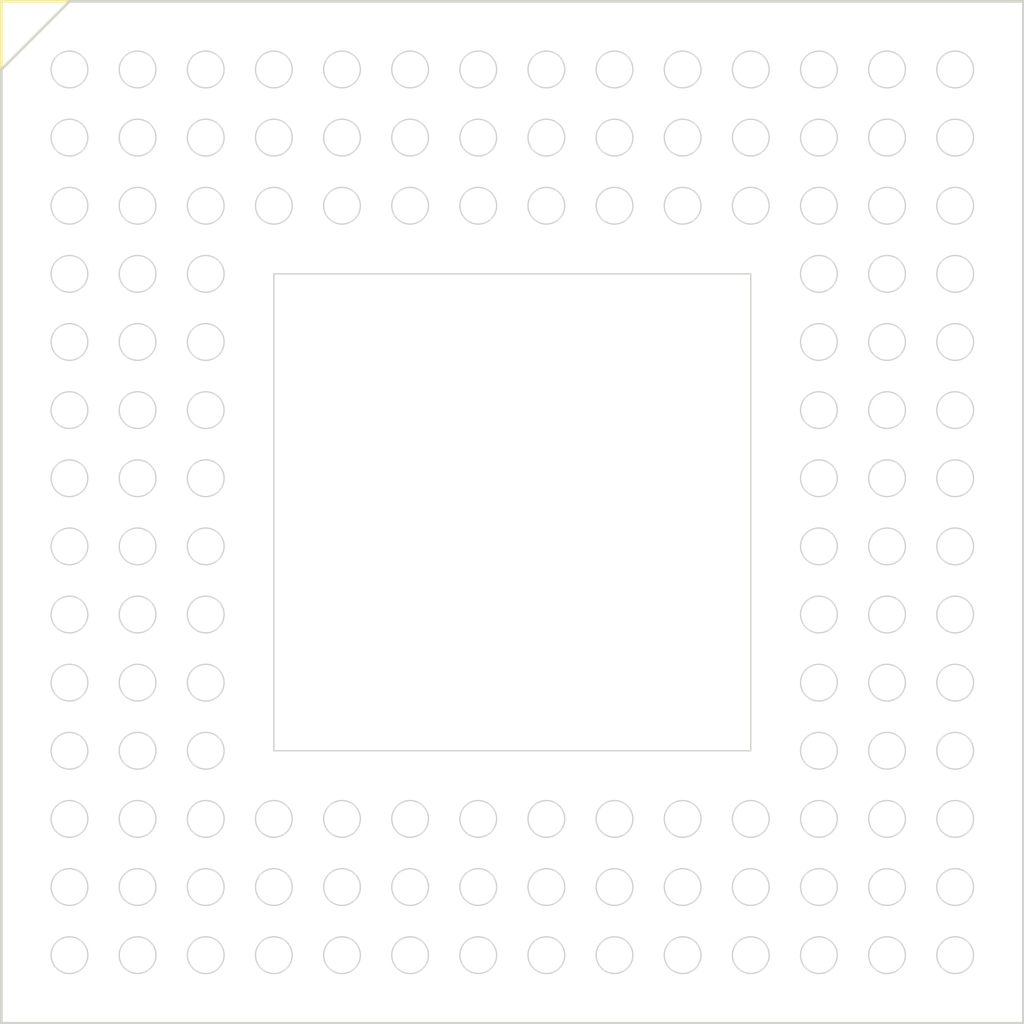
<source format=kicad_pcb>
(kicad_pcb (version 20240108) (generator "pcbnew") (generator_version "8.0")
  (layers (0 "F.Cu" signal) (31 "B.Cu" signal) (34 "B.Paste" user) (35 "F.Paste" user) (36 "B.SilkS" user "B.Silkscreen") (37 "F.SilkS" user "F.Silkscreen") (38 "B.Mask" user) (39 "F.Mask" user) (44 "Edge.Cuts" user))
  (net 0 "")
  (footprint "Custom_PGA:PGA-132_holder" (layer "F.Cu") (at 62.738 45.466 -90)
    (property "Reference" "U1" (hide yes))
    (property "Value" "~" (hide yes))
    (fp_line (start -2.54 2.54) (end 35.56 2.54) (stroke (width 0.1)) (layer "F.SilkS"))
    (fp_line (start 35.56 2.54) (end 35.56 -35.56) (stroke (width 0.1)) (layer "F.SilkS"))
    (fp_line (start -2.54 0) (end 0 2.54) (stroke (width 0.1)) (layer "F.SilkS"))
    (fp_line (start -2.54 -35.56) (end -2.54 2.54) (stroke (width 0.1)) (layer "F.SilkS"))
    (fp_line (start 35.56 -35.56) (end -2.54 -35.56) (stroke (width 0.1)) (layer "F.SilkS"))
    (fp_line (start 7.62 -7.62) (end 7.62 -25.4) (stroke (width 0.05)) (layer "Edge.Cuts"))
    (fp_line (start 25.4 -7.62) (end 7.62 -7.62) (stroke (width 0.05)) (layer "Edge.Cuts"))
    (fp_line (start 7.62 -25.4) (end 25.4 -25.4) (stroke (width 0.05)) (layer "Edge.Cuts"))
    (fp_line (start 25.4 -25.4) (end 25.4 -7.62) (stroke (width 0.05)) (layer "Edge.Cuts"))
    (fp_circle (center 0 0) (end 0.685 0) (stroke (width 0.05)) (fill none) (layer "Edge.Cuts"))
    (fp_circle (center 2.54 0) (end 3.225 0) (stroke (width 0.05)) (fill none) (layer "Edge.Cuts"))
    (fp_circle (center 5.08 0) (end 5.765 0) (stroke (width 0.05)) (fill none) (layer "Edge.Cuts"))
    (fp_circle (center 7.62 0) (end 8.305 0) (stroke (width 0.05)) (fill none) (layer "Edge.Cuts"))
    (fp_circle (center 10.16 0) (end 10.845 0) (stroke (width 0.05)) (fill none) (layer "Edge.Cuts"))
    (fp_circle (center 12.7 0) (end 13.385 0) (stroke (width 0.05)) (fill none) (layer "Edge.Cuts"))
    (fp_circle (center 15.24 0) (end 15.925 0) (stroke (width 0.05)) (fill none) (layer "Edge.Cuts"))
    (fp_circle (center 17.78 0) (end 18.465 0) (stroke (width 0.05)) (fill none) (layer "Edge.Cuts"))
    (fp_circle (center 20.32 0) (end 21.005 0) (stroke (width 0.05)) (fill none) (layer "Edge.Cuts"))
    (fp_circle (center 22.86 0) (end 23.545 0) (stroke (width 0.05)) (fill none) (layer "Edge.Cuts"))
    (fp_circle (center 25.4 0) (end 26.085 0) (stroke (width 0.05)) (fill none) (layer "Edge.Cuts"))
    (fp_circle (center 27.94 0) (end 28.625 0) (stroke (width 0.05)) (fill none) (layer "Edge.Cuts"))
    (fp_circle (center 30.48 0) (end 31.165 0) (stroke (width 0.05)) (fill none) (layer "Edge.Cuts"))
    (fp_circle (center 33.02 0) (end 33.705 0) (stroke (width 0.05)) (fill none) (layer "Edge.Cuts"))
    (fp_circle (center 0 -2.54) (end 0.685 -2.54) (stroke (width 0.05)) (fill none) (layer "Edge.Cuts"))
    (fp_circle (center 2.54 -2.54) (end 3.225 -2.54) (stroke (width 0.05)) (fill none) (layer "Edge.Cuts"))
    (fp_circle (center 5.08 -2.54) (end 5.765 -2.54) (stroke (width 0.05)) (fill none) (layer "Edge.Cuts"))
    (fp_circle (center 7.62 -2.54) (end 8.305 -2.54) (stroke (width 0.05)) (fill none) (layer "Edge.Cuts"))
    (fp_circle (center 10.16 -2.54) (end 10.845 -2.54) (stroke (width 0.05)) (fill none) (layer "Edge.Cuts"))
    (fp_circle (center 12.7 -2.54) (end 13.385 -2.54) (stroke (width 0.05)) (fill none) (layer "Edge.Cuts"))
    (fp_circle (center 15.24 -2.54) (end 15.925 -2.54) (stroke (width 0.05)) (fill none) (layer "Edge.Cuts"))
    (fp_circle (center 17.78 -2.54) (end 18.465 -2.54) (stroke (width 0.05)) (fill none) (layer "Edge.Cuts"))
    (fp_circle (center 20.32 -2.54) (end 21.005 -2.54) (stroke (width 0.05)) (fill none) (layer "Edge.Cuts"))
    (fp_circle (center 22.86 -2.54) (end 23.545 -2.54) (stroke (width 0.05)) (fill none) (layer "Edge.Cuts"))
    (fp_circle (center 25.4 -2.54) (end 26.085 -2.54) (stroke (width 0.05)) (fill none) (layer "Edge.Cuts"))
    (fp_circle (center 27.94 -2.54) (end 28.625 -2.54) (stroke (width 0.05)) (fill none) (layer "Edge.Cuts"))
    (fp_circle (center 30.48 -2.54) (end 31.165 -2.54) (stroke (width 0.05)) (fill none) (layer "Edge.Cuts"))
    (fp_circle (center 33.02 -2.54) (end 33.705 -2.54) (stroke (width 0.05)) (fill none) (layer "Edge.Cuts"))
    (fp_circle (center 0 -5.08) (end 0.685 -5.08) (stroke (width 0.05)) (fill none) (layer "Edge.Cuts"))
    (fp_circle (center 2.54 -5.08) (end 3.225 -5.08) (stroke (width 0.05)) (fill none) (layer "Edge.Cuts"))
    (fp_circle (center 5.08 -5.08) (end 5.765 -5.08) (stroke (width 0.05)) (fill none) (layer "Edge.Cuts"))
    (fp_circle (center 7.62 -5.08) (end 8.305 -5.08) (stroke (width 0.05)) (fill none) (layer "Edge.Cuts"))
    (fp_circle (center 10.16 -5.08) (end 10.845 -5.08) (stroke (width 0.05)) (fill none) (layer "Edge.Cuts"))
    (fp_circle (center 12.7 -5.08) (end 13.385 -5.08) (stroke (width 0.05)) (fill none) (layer "Edge.Cuts"))
    (fp_circle (center 15.24 -5.08) (end 15.925 -5.08) (stroke (width 0.05)) (fill none) (layer "Edge.Cuts"))
    (fp_circle (center 17.78 -5.08) (end 18.465 -5.08) (stroke (width 0.05)) (fill none) (layer "Edge.Cuts"))
    (fp_circle (center 20.32 -5.08) (end 21.005 -5.08) (stroke (width 0.05)) (fill none) (layer "Edge.Cuts"))
    (fp_circle (center 22.86 -5.08) (end 23.545 -5.08) (stroke (width 0.05)) (fill none) (layer "Edge.Cuts"))
    (fp_circle (center 25.4 -5.08) (end 26.085 -5.08) (stroke (width 0.05)) (fill none) (layer "Edge.Cuts"))
    (fp_circle (center 27.94 -5.08) (end 28.625 -5.08) (stroke (width 0.05)) (fill none) (layer "Edge.Cuts"))
    (fp_circle (center 30.48 -5.08) (end 31.165 -5.08) (stroke (width 0.05)) (fill none) (layer "Edge.Cuts"))
    (fp_circle (center 33.02 -5.08) (end 33.705 -5.08) (stroke (width 0.05)) (fill none) (layer "Edge.Cuts"))
    (fp_circle (center 0 -7.62) (end 0.685 -7.62) (stroke (width 0.05)) (fill none) (layer "Edge.Cuts"))
    (fp_circle (center 2.54 -7.62) (end 3.225 -7.62) (stroke (width 0.05)) (fill none) (layer "Edge.Cuts"))
    (fp_circle (center 5.08 -7.62) (end 5.765 -7.62) (stroke (width 0.05)) (fill none) (layer "Edge.Cuts"))
    (fp_circle (center 27.94 -7.62) (end 28.625 -7.62) (stroke (width 0.05)) (fill none) (layer "Edge.Cuts"))
    (fp_circle (center 30.48 -7.62) (end 31.165 -7.62) (stroke (width 0.05)) (fill none) (layer "Edge.Cuts"))
    (fp_circle (center 33.02 -7.62) (end 33.705 -7.62) (stroke (width 0.05)) (fill none) (layer "Edge.Cuts"))
    (fp_circle (center 0 -10.16) (end 0.685 -10.16) (stroke (width 0.05)) (fill none) (layer "Edge.Cuts"))
    (fp_circle (center 2.54 -10.16) (end 3.225 -10.16) (stroke (width 0.05)) (fill none) (layer "Edge.Cuts"))
    (fp_circle (center 5.08 -10.16) (end 5.765 -10.16) (stroke (width 0.05)) (fill none) (layer "Edge.Cuts"))
    (fp_circle (center 27.94 -10.16) (end 28.625 -10.16) (stroke (width 0.05)) (fill none) (layer "Edge.Cuts"))
    (fp_circle (center 30.48 -10.16) (end 31.165 -10.16) (stroke (width 0.05)) (fill none) (layer "Edge.Cuts"))
    (fp_circle (center 33.02 -10.16) (end 33.705 -10.16) (stroke (width 0.05)) (fill none) (layer "Edge.Cuts"))
    (fp_circle (center 0 -12.7) (end 0.685 -12.7) (stroke (width 0.05)) (fill none) (layer "Edge.Cuts"))
    (fp_circle (center 2.54 -12.7) (end 3.225 -12.7) (stroke (width 0.05)) (fill none) (layer "Edge.Cuts"))
    (fp_circle (center 5.08 -12.7) (end 5.765 -12.7) (stroke (width 0.05)) (fill none) (layer "Edge.Cuts"))
    (fp_circle (center 27.94 -12.7) (end 28.625 -12.7) (stroke (width 0.05)) (fill none) (layer "Edge.Cuts"))
    (fp_circle (center 30.48 -12.7) (end 31.165 -12.7) (stroke (width 0.05)) (fill none) (layer "Edge.Cuts"))
    (fp_circle (center 33.02 -12.7) (end 33.705 -12.7) (stroke (width 0.05)) (fill none) (layer "Edge.Cuts"))
    (fp_circle (center 0 -15.24) (end 0.685 -15.24) (stroke (width 0.05)) (fill none) (layer "Edge.Cuts"))
    (fp_circle (center 2.54 -15.24) (end 3.225 -15.24) (stroke (width 0.05)) (fill none) (layer "Edge.Cuts"))
    (fp_circle (center 5.08 -15.24) (end 5.765 -15.24) (stroke (width 0.05)) (fill none) (layer "Edge.Cuts"))
    (fp_circle (center 27.94 -15.24) (end 28.625 -15.24) (stroke (width 0.05)) (fill none) (layer "Edge.Cuts"))
    (fp_circle (center 30.48 -15.24) (end 31.165 -15.24) (stroke (width 0.05)) (fill none) (layer "Edge.Cuts"))
    (fp_circle (center 33.02 -15.24) (end 33.705 -15.24) (stroke (width 0.05)) (fill none) (layer "Edge.Cuts"))
    (fp_circle (center 0 -17.78) (end 0.685 -17.78) (stroke (width 0.05)) (fill none) (layer "Edge.Cuts"))
    (fp_circle (center 2.54 -17.78) (end 3.225 -17.78) (stroke (width 0.05)) (fill none) (layer "Edge.Cuts"))
    (fp_circle (center 5.08 -17.78) (end 5.765 -17.78) (stroke (width 0.05)) (fill none) (layer "Edge.Cuts"))
    (fp_circle (center 27.94 -17.78) (end 28.625 -17.78) (stroke (width 0.05)) (fill none) (layer "Edge.Cuts"))
    (fp_circle (center 30.48 -17.78) (end 31.165 -17.78) (stroke (width 0.05)) (fill none) (layer "Edge.Cuts"))
    (fp_circle (center 33.02 -17.78) (end 33.705 -17.78) (stroke (width 0.05)) (fill none) (layer "Edge.Cuts"))
    (fp_circle (center 0 -20.32) (end 0.685 -20.32) (stroke (width 0.05)) (fill none) (layer "Edge.Cuts"))
    (fp_circle (center 2.54 -20.32) (end 3.225 -20.32) (stroke (width 0.05)) (fill none) (layer "Edge.Cuts"))
    (fp_circle (center 5.08 -20.32) (end 5.765 -20.32) (stroke (width 0.05)) (fill none) (layer "Edge.Cuts"))
    (fp_circle (center 27.94 -20.32) (end 28.625 -20.32) (stroke (width 0.05)) (fill none) (layer "Edge.Cuts"))
    (fp_circle (center 30.48 -20.32) (end 31.165 -20.32) (stroke (width 0.05)) (fill none) (layer "Edge.Cuts"))
    (fp_circle (center 33.02 -20.32) (end 33.705 -20.32) (stroke (width 0.05)) (fill none) (layer "Edge.Cuts"))
    (fp_circle (center 0 -22.86) (end 0.685 -22.86) (stroke (width 0.05)) (fill none) (layer "Edge.Cuts"))
    (fp_circle (center 2.54 -22.86) (end 3.225 -22.86) (stroke (width 0.05)) (fill none) (layer "Edge.Cuts"))
    (fp_circle (center 5.08 -22.86) (end 5.765 -22.86) (stroke (width 0.05)) (fill none) (layer "Edge.Cuts"))
    (fp_circle (center 27.94 -22.86) (end 28.625 -22.86) (stroke (width 0.05)) (fill none) (layer "Edge.Cuts"))
    (fp_circle (center 30.48 -22.86) (end 31.165 -22.86) (stroke (width 0.05)) (fill none) (layer "Edge.Cuts"))
    (fp_circle (center 33.02 -22.86) (end 33.705 -22.86) (stroke (width 0.05)) (fill none) (layer "Edge.Cuts"))
    (fp_circle (center 0 -25.4) (end 0.685 -25.4) (stroke (width 0.05)) (fill none) (layer "Edge.Cuts"))
    (fp_circle (center 2.54 -25.4) (end 3.225 -25.4) (stroke (width 0.05)) (fill none) (layer "Edge.Cuts"))
    (fp_circle (center 5.08 -25.4) (end 5.765 -25.4) (stroke (width 0.05)) (fill none) (layer "Edge.Cuts"))
    (fp_circle (center 27.94 -25.4) (end 28.625 -25.4) (stroke (width 0.05)) (fill none) (layer "Edge.Cuts"))
    (fp_circle (center 30.48 -25.4) (end 31.165 -25.4) (stroke (width 0.05)) (fill none) (layer "Edge.Cuts"))
    (fp_circle (center 33.02 -25.4) (end 33.705 -25.4) (stroke (width 0.05)) (fill none) (layer "Edge.Cuts"))
    (fp_circle (center 0 -27.94) (end 0.685 -27.94) (stroke (width 0.05)) (fill none) (layer "Edge.Cuts"))
    (fp_circle (center 2.54 -27.94) (end 3.225 -27.94) (stroke (width 0.05)) (fill none) (layer "Edge.Cuts"))
    (fp_circle (center 5.08 -27.94) (end 5.765 -27.94) (stroke (width 0.05)) (fill none) (layer "Edge.Cuts"))
    (fp_circle (center 7.62 -27.94) (end 8.305 -27.94) (stroke (width 0.05)) (fill none) (layer "Edge.Cuts"))
    (fp_circle (center 10.16 -27.94) (end 10.845 -27.94) (stroke (width 0.05)) (fill none) (layer "Edge.Cuts"))
    (fp_circle (center 12.7 -27.94) (end 13.385 -27.94) (stroke (width 0.05)) (fill none) (layer "Edge.Cuts"))
    (fp_circle (center 15.24 -27.94) (end 15.925 -27.94) (stroke (width 0.05)) (fill none) (layer "Edge.Cuts"))
    (fp_circle (center 17.78 -27.94) (end 18.465 -27.94) (stroke (width 0.05)) (fill none) (layer "Edge.Cuts"))
    (fp_circle (center 20.32 -27.94) (end 21.005 -27.94) (stroke (width 0.05)) (fill none) (layer "Edge.Cuts"))
    (fp_circle (center 22.86 -27.94) (end 23.545 -27.94) (stroke (width 0.05)) (fill none) (layer "Edge.Cuts"))
    (fp_circle (center 25.4 -27.94) (end 26.085 -27.94) (stroke (width 0.05)) (fill none) (layer "Edge.Cuts"))
    (fp_circle (center 27.94 -27.94) (end 28.625 -27.94) (stroke (width 0.05)) (fill none) (layer "Edge.Cuts"))
    (fp_circle (center 30.48 -27.94) (end 31.165 -27.94) (stroke (width 0.05)) (fill none) (layer "Edge.Cuts"))
    (fp_circle (center 33.02 -27.94) (end 33.705 -27.94) (stroke (width 0.05)) (fill none) (layer "Edge.Cuts"))
    (fp_circle (center 0 -30.48) (end 0.685 -30.48) (stroke (width 0.05)) (fill none) (layer "Edge.Cuts"))
    (fp_circle (center 2.54 -30.48) (end 3.225 -30.48) (stroke (width 0.05)) (fill none) (layer "Edge.Cuts"))
    (fp_circle (center 5.08 -30.48) (end 5.765 -30.48) (stroke (width 0.05)) (fill none) (layer "Edge.Cuts"))
    (fp_circle (center 7.62 -30.48) (end 8.305 -30.48) (stroke (width 0.05)) (fill none) (layer "Edge.Cuts"))
    (fp_circle (center 10.16 -30.48) (end 10.845 -30.48) (stroke (width 0.05)) (fill none) (layer "Edge.Cuts"))
    (fp_circle (center 12.7 -30.48) (end 13.385 -30.48) (stroke (width 0.05)) (fill none) (layer "Edge.Cuts"))
    (fp_circle (center 15.24 -30.48) (end 15.925 -30.48) (stroke (width 0.05)) (fill none) (layer "Edge.Cuts"))
    (fp_circle (center 17.78 -30.48) (end 18.465 -30.48) (stroke (width 0.05)) (fill none) (layer "Edge.Cuts"))
    (fp_circle (center 20.32 -30.48) (end 21.005 -30.48) (stroke (width 0.05)) (fill none) (layer "Edge.Cuts"))
    (fp_circle (center 22.86 -30.48) (end 23.545 -30.48) (stroke (width 0.05)) (fill none) (layer "Edge.Cuts"))
    (fp_circle (center 25.4 -30.48) (end 26.085 -30.48) (stroke (width 0.05)) (fill none) (layer "Edge.Cuts"))
    (fp_circle (center 27.94 -30.48) (end 28.625 -30.48) (stroke (width 0.05)) (fill none) (layer "Edge.Cuts"))
    (fp_circle (center 30.48 -30.48) (end 31.165 -30.48) (stroke (width 0.05)) (fill none) (layer "Edge.Cuts"))
    (fp_circle (center 33.02 -30.48) (end 33.705 -30.48) (stroke (width 0.05)) (fill none) (layer "Edge.Cuts"))
    (fp_circle (center 0 -33.02) (end 0.685 -33.02) (stroke (width 0.05)) (fill none) (layer "Edge.Cuts"))
    (fp_circle (center 2.54 -33.02) (end 3.225 -33.02) (stroke (width 0.05)) (fill none) (layer "Edge.Cuts"))
    (fp_circle (center 5.08 -33.02) (end 5.765 -33.02) (stroke (width 0.05)) (fill none) (layer "Edge.Cuts"))
    (fp_circle (center 7.62 -33.02) (end 8.305 -33.02) (stroke (width 0.05)) (fill none) (layer "Edge.Cuts"))
    (fp_circle (center 10.16 -33.02) (end 10.845 -33.02) (stroke (width 0.05)) (fill none) (layer "Edge.Cuts"))
    (fp_circle (center 12.7 -33.02) (end 13.385 -33.02) (stroke (width 0.05)) (fill none) (layer "Edge.Cuts"))
    (fp_circle (center 15.24 -33.02) (end 15.925 -33.02) (stroke (width 0.05)) (fill none) (layer "Edge.Cuts"))
    (fp_circle (center 17.78 -33.02) (end 18.465 -33.02) (stroke (width 0.05)) (fill none) (layer "Edge.Cuts"))
    (fp_circle (center 20.32 -33.02) (end 21.005 -33.02) (stroke (width 0.05)) (fill none) (layer "Edge.Cuts"))
    (fp_circle (center 22.86 -33.02) (end 23.545 -33.02) (stroke (width 0.05)) (fill none) (layer "Edge.Cuts"))
    (fp_circle (center 25.4 -33.02) (end 26.085 -33.02) (stroke (width 0.05)) (fill none) (layer "Edge.Cuts"))
    (fp_circle (center 27.94 -33.02) (end 28.625 -33.02) (stroke (width 0.05)) (fill none) (layer "Edge.Cuts"))
    (fp_circle (center 30.48 -33.02) (end 31.165 -33.02) (stroke (width 0.05)) (fill none) (layer "Edge.Cuts"))
    (fp_circle (center 33.02 -33.02) (end 33.705 -33.02) (stroke (width 0.05)) (fill none) (layer "Edge.Cuts"))
  )
  (gr_line (start 62.738 42.926) (end 98.298 42.926) (stroke (width 0.1)) (layer "Edge.Cuts"))
  (gr_line (start 98.298 42.926) (end 98.298 81.026) (stroke (width 0.1)) (layer "Edge.Cuts"))
  (gr_line (start 62.738 42.926) (end 60.198 45.466) (stroke (width 0.1)) (layer "Edge.Cuts"))
  (gr_line (start 60.198 81.026) (end 60.198 45.466) (stroke (width 0.1)) (layer "Edge.Cuts"))
  (gr_line (start 98.298 81.026) (end 60.198 81.026) (stroke (width 0.1)) (layer "Edge.Cuts"))
)
</source>
